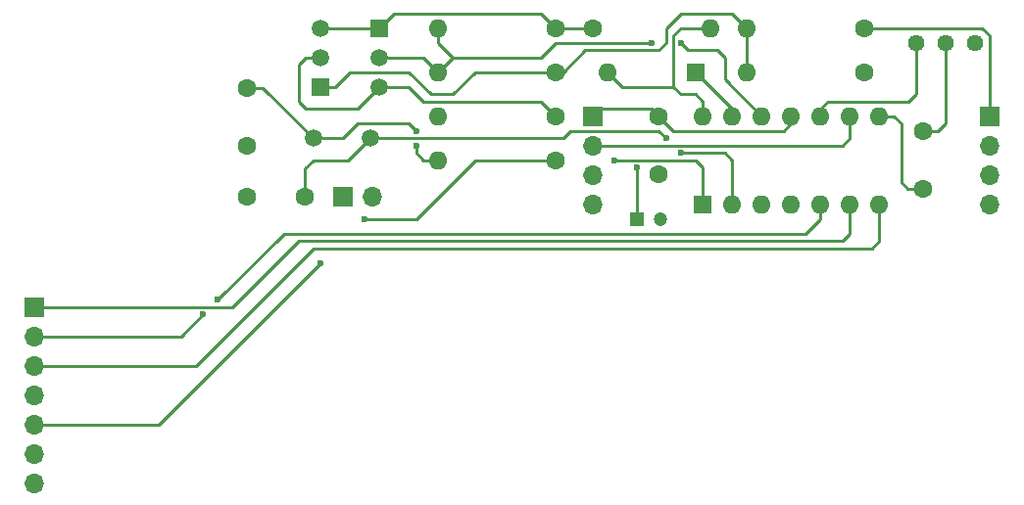
<source format=gtl>
G04 #@! TF.FileFunction,Copper,L1,Top,Signal*
%FSLAX46Y46*%
G04 Gerber Fmt 4.6, Leading zero omitted, Abs format (unit mm)*
G04 Created by KiCad (PCBNEW 4.0.7) date 02/20/19 17:10:50*
%MOMM*%
%LPD*%
G01*
G04 APERTURE LIST*
%ADD10C,0.100000*%
%ADD11C,1.600000*%
%ADD12R,1.700000X1.700000*%
%ADD13O,1.700000X1.700000*%
%ADD14R,1.200000X1.200000*%
%ADD15C,1.200000*%
%ADD16R,1.600000X1.600000*%
%ADD17O,1.600000X1.600000*%
%ADD18C,1.520000*%
%ADD19R,1.520000X1.520000*%
%ADD20C,1.440000*%
%ADD21C,1.500000*%
%ADD22C,0.600000*%
%ADD23C,0.250000*%
G04 APERTURE END LIST*
D10*
D11*
X112395000Y-53975000D03*
X112395000Y-58975000D03*
D12*
X58420000Y-70485000D03*
D13*
X58420000Y-73025000D03*
X58420000Y-75565000D03*
X58420000Y-78105000D03*
X58420000Y-80645000D03*
X58420000Y-83185000D03*
X58420000Y-85725000D03*
D11*
X135255000Y-55245000D03*
X135255000Y-60245000D03*
X76835000Y-56515000D03*
X76835000Y-51515000D03*
X76835000Y-60960000D03*
X81835000Y-60960000D03*
D14*
X110490000Y-62865000D03*
D15*
X112490000Y-62865000D03*
D16*
X115570000Y-50165000D03*
D17*
X107950000Y-50165000D03*
D12*
X106680000Y-53975000D03*
D13*
X106680000Y-56515000D03*
X106680000Y-59055000D03*
X106680000Y-61595000D03*
D12*
X140970000Y-53975000D03*
D13*
X140970000Y-56515000D03*
X140970000Y-59055000D03*
X140970000Y-61595000D03*
D18*
X88265000Y-48895000D03*
X88265000Y-51435000D03*
D19*
X88265000Y-46355000D03*
D18*
X83185000Y-48895000D03*
X83185000Y-46355000D03*
D19*
X83185000Y-51435000D03*
D11*
X106680000Y-46355000D03*
D17*
X116840000Y-46355000D03*
D11*
X103505000Y-57785000D03*
D17*
X93345000Y-57785000D03*
D11*
X103505000Y-46355000D03*
D17*
X93345000Y-46355000D03*
D11*
X103505000Y-50165000D03*
D17*
X93345000Y-50165000D03*
D11*
X103505000Y-53975000D03*
D17*
X93345000Y-53975000D03*
D11*
X130175000Y-50165000D03*
D17*
X120015000Y-50165000D03*
D11*
X130175000Y-46355000D03*
D17*
X120015000Y-46355000D03*
D20*
X139700000Y-47625000D03*
X137160000Y-47625000D03*
X134620000Y-47625000D03*
D16*
X116205000Y-61595000D03*
D17*
X131445000Y-53975000D03*
X118745000Y-61595000D03*
X128905000Y-53975000D03*
X121285000Y-61595000D03*
X126365000Y-53975000D03*
X123825000Y-61595000D03*
X123825000Y-53975000D03*
X126365000Y-61595000D03*
X121285000Y-53975000D03*
X128905000Y-61595000D03*
X118745000Y-53975000D03*
X131445000Y-61595000D03*
X116205000Y-53975000D03*
D21*
X82550000Y-55880000D03*
X87430000Y-55880000D03*
D12*
X85090000Y-60960000D03*
D13*
X87630000Y-60960000D03*
D22*
X110490000Y-58420000D03*
X91440000Y-56515000D03*
X91440000Y-55245000D03*
X114300000Y-57150000D03*
X113030000Y-55880000D03*
X73025000Y-71120000D03*
X74295000Y-69850000D03*
X86995000Y-62865000D03*
X83185000Y-66675000D03*
X108585000Y-57785000D03*
X114300000Y-47625000D03*
X111760000Y-47625000D03*
D23*
X112395000Y-53975000D02*
X111760000Y-53340000D01*
X111760000Y-53340000D02*
X107315000Y-53340000D01*
X107315000Y-53340000D02*
X106680000Y-53975000D01*
X110490000Y-62865000D02*
X110490000Y-58420000D01*
X123190000Y-55245000D02*
X113665000Y-55245000D01*
X123825000Y-54610000D02*
X123190000Y-55245000D01*
X113665000Y-55245000D02*
X112395000Y-53975000D01*
X123825000Y-54610000D02*
X123825000Y-53975000D01*
X123825000Y-53975000D02*
X123825000Y-54610000D01*
X135255000Y-55245000D02*
X136525000Y-55245000D01*
X137160000Y-54610000D02*
X137160000Y-47625000D01*
X136525000Y-55245000D02*
X137160000Y-54610000D01*
X131445000Y-53975000D02*
X132715000Y-53975000D01*
X133905000Y-60245000D02*
X135255000Y-60245000D01*
X133350000Y-59690000D02*
X133905000Y-60245000D01*
X133350000Y-54610000D02*
X133350000Y-59690000D01*
X132715000Y-53975000D02*
X133350000Y-54610000D01*
X82550000Y-55880000D02*
X85090000Y-55880000D01*
X92075000Y-57785000D02*
X93345000Y-57785000D01*
X91440000Y-57150000D02*
X92075000Y-57785000D01*
X91440000Y-56515000D02*
X91440000Y-57150000D01*
X90805000Y-54610000D02*
X91440000Y-55245000D01*
X86360000Y-54610000D02*
X90805000Y-54610000D01*
X85090000Y-55880000D02*
X86360000Y-54610000D01*
X76835000Y-51515000D02*
X78185000Y-51515000D01*
X78185000Y-51515000D02*
X82550000Y-55880000D01*
X87430000Y-55880000D02*
X104140000Y-55880000D01*
X118745000Y-57785000D02*
X118745000Y-61595000D01*
X118110000Y-57150000D02*
X118745000Y-57785000D01*
X114300000Y-57150000D02*
X118110000Y-57150000D01*
X112395000Y-55245000D02*
X113030000Y-55880000D01*
X104775000Y-55245000D02*
X112395000Y-55245000D01*
X104140000Y-55880000D02*
X104775000Y-55245000D01*
X81835000Y-60960000D02*
X81835000Y-58500000D01*
X85525000Y-57785000D02*
X87430000Y-55880000D01*
X82550000Y-57785000D02*
X85525000Y-57785000D01*
X81835000Y-58500000D02*
X82550000Y-57785000D01*
X118745000Y-53975000D02*
X118745000Y-53340000D01*
X118745000Y-53340000D02*
X115570000Y-50165000D01*
X113665000Y-51435000D02*
X109220000Y-51435000D01*
X109220000Y-51435000D02*
X107950000Y-50165000D01*
X116205000Y-53975000D02*
X116205000Y-52705000D01*
X114300000Y-46355000D02*
X116840000Y-46355000D01*
X113665000Y-46990000D02*
X114300000Y-46355000D01*
X113665000Y-51435000D02*
X113665000Y-46990000D01*
X114300000Y-52070000D02*
X113665000Y-51435000D01*
X115570000Y-52070000D02*
X114300000Y-52070000D01*
X116205000Y-52705000D02*
X115570000Y-52070000D01*
X106680000Y-56515000D02*
X113665000Y-56515000D01*
X128905000Y-55880000D02*
X128905000Y-53975000D01*
X128270000Y-56515000D02*
X128905000Y-55880000D01*
X113665000Y-56515000D02*
X128270000Y-56515000D01*
X130175000Y-46355000D02*
X140335000Y-46355000D01*
X140970000Y-46990000D02*
X140970000Y-53975000D01*
X140335000Y-46355000D02*
X140970000Y-46990000D01*
X85090000Y-64770000D02*
X81280000Y-64770000D01*
X128905000Y-61595000D02*
X128905000Y-64135000D01*
X128270000Y-64770000D02*
X108585000Y-64770000D01*
X128905000Y-64135000D02*
X128270000Y-64770000D01*
X85090000Y-64770000D02*
X108585000Y-64770000D01*
X75565000Y-70485000D02*
X58420000Y-70485000D01*
X81280000Y-64770000D02*
X75565000Y-70485000D01*
X85725000Y-64135000D02*
X80010000Y-64135000D01*
X126365000Y-61595000D02*
X126365000Y-62865000D01*
X125095000Y-64135000D02*
X108585000Y-64135000D01*
X126365000Y-62865000D02*
X125095000Y-64135000D01*
X85725000Y-64135000D02*
X108585000Y-64135000D01*
X71120000Y-73025000D02*
X58420000Y-73025000D01*
X73025000Y-71120000D02*
X71120000Y-73025000D01*
X80010000Y-64135000D02*
X74295000Y-69850000D01*
X58420000Y-75565000D02*
X72390000Y-75565000D01*
X131445000Y-64770000D02*
X131445000Y-61595000D01*
X130810000Y-65405000D02*
X108585000Y-65405000D01*
X131445000Y-64770000D02*
X130810000Y-65405000D01*
X84455000Y-65405000D02*
X108585000Y-65405000D01*
X82550000Y-65405000D02*
X84455000Y-65405000D01*
X72390000Y-75565000D02*
X82550000Y-65405000D01*
X67945000Y-80645000D02*
X69215000Y-80645000D01*
X69215000Y-80645000D02*
X83185000Y-66675000D01*
X103505000Y-57785000D02*
X96520000Y-57785000D01*
X96520000Y-57785000D02*
X91440000Y-62865000D01*
X91440000Y-62865000D02*
X86995000Y-62865000D01*
X116205000Y-58420000D02*
X116205000Y-61595000D01*
X115570000Y-57785000D02*
X116205000Y-58420000D01*
X108585000Y-57785000D02*
X115570000Y-57785000D01*
X67945000Y-80645000D02*
X58420000Y-80645000D01*
X94615000Y-48895000D02*
X93345000Y-47625000D01*
X93345000Y-47625000D02*
X93345000Y-46355000D01*
X111760000Y-47625000D02*
X103505000Y-47625000D01*
X121285000Y-53975000D02*
X118110000Y-50800000D01*
X114935000Y-48260000D02*
X114300000Y-47625000D01*
X117475000Y-48260000D02*
X114935000Y-48260000D01*
X118110000Y-48895000D02*
X117475000Y-48260000D01*
X118110000Y-50800000D02*
X118110000Y-48895000D01*
X94615000Y-48895000D02*
X93345000Y-50165000D01*
X102235000Y-48895000D02*
X94615000Y-48895000D01*
X103505000Y-47625000D02*
X102235000Y-48895000D01*
X88265000Y-48895000D02*
X92075000Y-48895000D01*
X92075000Y-48895000D02*
X93345000Y-50165000D01*
X88265000Y-51435000D02*
X90805000Y-51435000D01*
X102235000Y-52705000D02*
X103505000Y-53975000D01*
X92075000Y-52705000D02*
X102235000Y-52705000D01*
X90805000Y-51435000D02*
X92075000Y-52705000D01*
X83185000Y-48895000D02*
X81915000Y-48895000D01*
X86360000Y-53340000D02*
X88265000Y-51435000D01*
X81915000Y-53340000D02*
X86360000Y-53340000D01*
X81280000Y-52705000D02*
X81915000Y-53340000D01*
X81280000Y-49530000D02*
X81280000Y-52705000D01*
X81915000Y-48895000D02*
X81280000Y-49530000D01*
X88265000Y-46355000D02*
X89535000Y-45085000D01*
X102235000Y-45085000D02*
X103505000Y-46355000D01*
X89535000Y-45085000D02*
X102235000Y-45085000D01*
X83185000Y-46355000D02*
X88265000Y-46355000D01*
X103505000Y-46355000D02*
X106680000Y-46355000D01*
X110490000Y-48260000D02*
X112395000Y-48260000D01*
X113030000Y-46355000D02*
X114300000Y-45085000D01*
X113030000Y-47625000D02*
X113030000Y-46355000D01*
X112395000Y-48260000D02*
X113030000Y-47625000D01*
X83185000Y-51435000D02*
X84455000Y-51435000D01*
X96520000Y-50165000D02*
X103505000Y-50165000D01*
X94615000Y-52070000D02*
X96520000Y-50165000D01*
X92710000Y-52070000D02*
X94615000Y-52070000D01*
X90805000Y-50165000D02*
X92710000Y-52070000D01*
X85725000Y-50165000D02*
X90805000Y-50165000D01*
X84455000Y-51435000D02*
X85725000Y-50165000D01*
X103505000Y-50165000D02*
X104140000Y-50165000D01*
X104140000Y-50165000D02*
X106045000Y-48260000D01*
X106045000Y-48260000D02*
X110490000Y-48260000D01*
X114300000Y-45085000D02*
X118745000Y-45085000D01*
X118745000Y-45085000D02*
X120015000Y-46355000D01*
X120015000Y-50165000D02*
X120015000Y-46355000D01*
X126365000Y-53975000D02*
X126365000Y-53340000D01*
X126365000Y-53340000D02*
X127000000Y-52705000D01*
X133985000Y-52705000D02*
X134620000Y-52070000D01*
X127000000Y-52705000D02*
X133985000Y-52705000D01*
X134620000Y-52070000D02*
X134620000Y-47625000D01*
M02*

</source>
